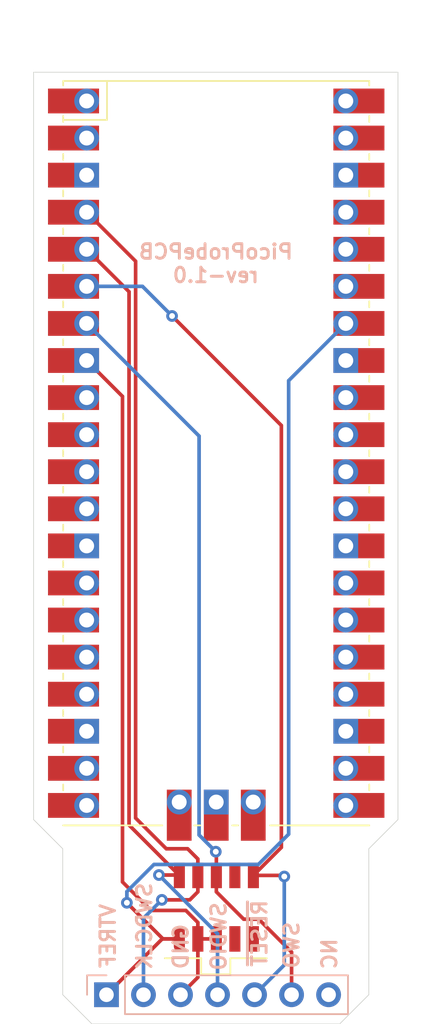
<source format=kicad_pcb>
(kicad_pcb (version 20221018) (generator pcbnew)
  (layers (0 "F.Cu" signal) (31 "B.Cu" signal) (34 "B.Paste" user) (35 "F.Paste" user) (36 "B.SilkS" user "B.Silkscreen") (37 "F.SilkS" user "F.Silkscreen") (38 "B.Mask" user) (39 "F.Mask" user) (44 "Edge.Cuts" user))
  (net 0 "")
  (net 1 "Net-(U1-Pad43)")
  (net 2 "Net-(U1-Pad42)")
  (net 3 "Net-(U1-Pad41)")
  (net 4 "Net-(U1-Pad21)")
  (net 5 "Net-(U1-Pad22)")
  (net 6 "Net-(U1-Pad23)")
  (net 7 "Net-(U1-Pad24)")
  (net 8 "Net-(U1-Pad25)")
  (net 9 "Net-(U1-Pad26)")
  (net 10 "Net-(U1-Pad27)")
  (net 11 "Net-(U1-Pad28)")
  (net 12 "Net-(U1-Pad29)")
  (net 13 "Net-(U1-Pad30)")
  (net 14 "Net-(U1-Pad31)")
  (net 15 "Net-(U1-Pad32)")
  (net 16 "Net-(U1-Pad33)")
  (net 17 "Net-(U1-Pad35)")
  (net 18 "Net-(U1-Pad36)")
  (net 19 "Net-(U1-Pad37)")
  (net 20 "Net-(U1-Pad38)")
  (net 21 "Net-(U1-Pad39)")
  (net 22 "Net-(U1-Pad40)")
  (net 23 "Net-(U1-Pad20)")
  (net 24 "Net-(U1-Pad19)")
  (net 25 "Net-(U1-Pad18)")
  (net 26 "Net-(U1-Pad17)")
  (net 27 "Net-(U1-Pad16)")
  (net 28 "Net-(U1-Pad15)")
  (net 29 "Net-(U1-Pad14)")
  (net 30 "Net-(U1-Pad13)")
  (net 31 "Net-(U1-Pad12)")
  (net 32 "Net-(U1-Pad11)")
  (net 33 "Net-(U1-Pad10)")
  (net 34 "Net-(U1-Pad9)")
  (net 35 "Net-(U1-Pad3)")
  (net 36 "Net-(U1-Pad2)")
  (net 37 "Net-(U1-Pad1)")
  (net 38 "~{TRST}")
  (net 39 "SWDIO")
  (net 40 "GND")
  (net 41 "SWDCLK")
  (net 42 "VTREF")
  (net 43 "Net-(J2-Pad9)")
  (net 44 "Net-(J2-Pad8)")
  (net 45 "Net-(J2-Pad7)")
  (net 46 "SWO")
  (net 47 "Net-(J1-Pad7)")
  (footprint "MCU_RaspberryPi_and_Boards:RPi_Pico_SMD_TH" (layer "F.Cu") (at 137.53 65.9)
    (fp_text reference "U1" hide)
    (fp_text value "Pico")
    (fp_line (start -10.5 -25.5) (end -10.5 -25.2) (stroke (width 0.12)) (layer "F.SilkS"))
    (fp_line (start -10.5 -25.5) (end 10.5 -25.5) (stroke (width 0.12)) (layer "F.SilkS"))
    (fp_line (start -10.5 -23.1) (end -10.5 -22.7) (stroke (width 0.12)) (layer "F.SilkS"))
    (fp_line (start -10.5 -22.833) (end -7.493 -22.833) (stroke (width 0.12)) (layer "F.SilkS"))
    (fp_line (start -10.5 -20.5) (end -10.5 -20.1) (stroke (width 0.12)) (layer "F.SilkS"))
    (fp_line (start -10.5 -18) (end -10.5 -17.6) (stroke (width 0.12)) (layer "F.SilkS"))
    (fp_line (start -10.5 -15.4) (end -10.5 -15) (stroke (width 0.12)) (layer "F.SilkS"))
    (fp_line (start -10.5 -12.9) (end -10.5 -12.5) (stroke (width 0.12)) (layer "F.SilkS"))
    (fp_line (start -10.5 -10.4) (end -10.5 -10) (stroke (width 0.12)) (layer "F.SilkS"))
    (fp_line (start -10.5 -7.8) (end -10.5 -7.4) (stroke (width 0.12)) (layer "F.SilkS"))
    (fp_line (start -10.5 -5.3) (end -10.5 -4.9) (stroke (width 0.12)) (layer "F.SilkS"))
    (fp_line (start -10.5 -2.7) (end -10.5 -2.3) (stroke (width 0.12)) (layer "F.SilkS"))
    (fp_line (start -10.5 -0.2) (end -10.5 0.2) (stroke (width 0.12)) (layer "F.SilkS"))
    (fp_line (start -10.5 2.3) (end -10.5 2.7) (stroke (width 0.12)) (layer "F.SilkS"))
    (fp_line (start -10.5 4.9) (end -10.5 5.3) (stroke (width 0.12)) (layer "F.SilkS"))
    (fp_line (start -10.5 7.4) (end -10.5 7.8) (stroke (width 0.12)) (layer "F.SilkS"))
    (fp_line (start -10.5 10) (end -10.5 10.4) (stroke (width 0.12)) (layer "F.SilkS"))
    (fp_line (start -10.5 12.5) (end -10.5 12.9) (stroke (width 0.12)) (layer "F.SilkS"))
    (fp_line (start -10.5 15.1) (end -10.5 15.5) (stroke (width 0.12)) (layer "F.SilkS"))
    (fp_line (start -10.5 17.6) (end -10.5 18) (stroke (width 0.12)) (layer "F.SilkS"))
    (fp_line (start -10.5 20.1) (end -10.5 20.5) (stroke (width 0.12)) (layer "F.SilkS"))
    (fp_line (start -10.5 22.7) (end -10.5 23.1) (stroke (width 0.12)) (layer "F.SilkS"))
    (fp_line (start -7.493 -22.833) (end -7.493 -25.5) (stroke (width 0.12)) (layer "F.SilkS"))
    (fp_line (start -3.7 25.5) (end -10.5 25.5) (stroke (width 0.12)) (layer "F.SilkS"))
    (fp_line (start -1.5 25.5) (end -1.1 25.5) (stroke (width 0.12)) (layer "F.SilkS"))
    (fp_line (start 1.1 25.5) (end 1.5 25.5) (stroke (width 0.12)) (layer "F.SilkS"))
    (fp_line (start 10.5 -25.5) (end 10.5 -25.2) (stroke (width 0.12)) (layer "F.SilkS"))
    (fp_line (start 10.5 -23.1) (end 10.5 -22.7) (stroke (width 0.12)) (layer "F.SilkS"))
    (fp_line (start 10.5 -20.5) (end 10.5 -20.1) (stroke (width 0.12)) (layer "F.SilkS"))
    (fp_line (start 10.5 -18) (end 10.5 -17.6) (stroke (width 0.12)) (layer "F.SilkS"))
    (fp_line (start 10.5 -15.4) (end 10.5 -15) (stroke (width 0.12)) (layer "F.SilkS"))
    (fp_line (start 10.5 -12.9) (end 10.5 -12.5) (stroke (width 0.12)) (layer "F.SilkS"))
    (fp_line (start 10.5 -10.4) (end 10.5 -10) (stroke (width 0.12)) (layer "F.SilkS"))
    (fp_line (start 10.5 -7.8) (end 10.5 -7.4) (stroke (width 0.12)) (layer "F.SilkS"))
    (fp_line (start 10.5 -5.3) (end 10.5 -4.9) (stroke (width 0.12)) (layer "F.SilkS"))
    (fp_line (start 10.5 -2.7) (end 10.5 -2.3) (stroke (width 0.12)) (layer "F.SilkS"))
    (fp_line (start 10.5 -0.2) (end 10.5 0.2) (stroke (width 0.12)) (layer "F.SilkS"))
    (fp_line (start 10.5 2.3) (end 10.5 2.7) (stroke (width 0.12)) (layer "F.SilkS"))
    (fp_line (start 10.5 4.9) (end 10.5 5.3) (stroke (width 0.12)) (layer "F.SilkS"))
    (fp_line (start 10.5 7.4) (end 10.5 7.8) (stroke (width 0.12)) (layer "F.SilkS"))
    (fp_line (start 10.5 10) (end 10.5 10.4) (stroke (width 0.12)) (layer "F.SilkS"))
    (fp_line (start 10.5 12.5) (end 10.5 12.9) (stroke (width 0.12)) (layer "F.SilkS"))
    (fp_line (start 10.5 15.1) (end 10.5 15.5) (stroke (width 0.12)) (layer "F.SilkS"))
    (fp_line (start 10.5 17.6) (end 10.5 18) (stroke (width 0.12)) (layer "F.SilkS"))
    (fp_line (start 10.5 20.1) (end 10.5 20.5) (stroke (width 0.12)) (layer "F.SilkS"))
    (fp_line (start 10.5 22.7) (end 10.5 23.1) (stroke (width 0.12)) (layer "F.SilkS"))
    (fp_line (start 10.5 25.5) (end 3.7 25.5) (stroke (width 0.12)) (layer "F.SilkS"))
    (pad "" np_thru_hole oval (at -2.725 -24) (size 1.8 1.8) (drill 1.8) (layers "*.Cu" "*.Mask"))
    (pad "" np_thru_hole oval (at -2.425 -20.97) (size 1.5 1.5) (drill 1.5) (layers "*.Cu" "*.Mask"))
    (pad "" np_thru_hole oval (at 2.425 -20.97) (size 1.5 1.5) (drill 1.5) (layers "*.Cu" "*.Mask"))
    (pad "" np_thru_hole oval (at 2.725 -24) (size 1.8 1.8) (drill 1.8) (layers "*.Cu" "*.Mask"))
    (pad "1" thru_hole oval (at -8.89 -24.13) (size 1.7 1.7) (drill 1.02) (layers "*.Cu" "*.Mask") (net 37 "Net-(U1-Pad1)"))
    (pad "1" smd rect (at -8.89 -24.13) (size 3.5 1.7) (drill (offset -0.9 0)) (layers "F.Cu" "F.Mask") (net 37 "Net-(U1-Pad1)"))
    (pad "2" thru_hole oval (at -8.89 -21.59) (size 1.7 1.7) (drill 1.02) (layers "*.Cu" "*.Mask") (net 36 "Net-(U1-Pad2)"))
    (pad "2" smd rect (at -8.89 -21.59) (size 3.5 1.7) (drill (offset -0.9 0)) (layers "F.Cu" "F.Mask") (net 36 "Net-(U1-Pad2)"))
    (pad "3" thru_hole rect (at -8.89 -19.05) (size 1.7 1.7) (drill 1.02) (layers "*.Cu" "*.Mask") (net 35 "Net-(U1-Pad3)"))
    (pad "3" smd rect (at -8.89 -19.05) (size 3.5 1.7) (drill (offset -0.9 0)) (layers "F.Cu" "F.Mask") (net 35 "Net-(U1-Pad3)"))
    (pad "4" thru_hole oval (at -8.89 -16.51) (size 1.7 1.7) (drill 1.02) (layers "*.Cu" "*.Mask") (net 41 "SWDCLK"))
    (pad "4" smd rect (at -8.89 -16.51) (size 3.5 1.7) (drill (offset -0.9 0)) (layers "F.Cu" "F.Mask") (net 41 "SWDCLK"))
    (pad "5" thru_hole oval (at -8.89 -13.97) (size 1.7 1.7) (drill 1.02) (layers "*.Cu" "*.Mask") (net 39 "SWDIO"))
    (pad "5" smd rect (at -8.89 -13.97) (size 3.5 1.7) (drill (offset -0.9 0)) (layers "F.Cu" "F.Mask") (net 39 "SWDIO"))
    (pad "6" thru_hole oval (at -8.89 -11.43) (size 1.7 1.7) (drill 1.02) (layers "*.Cu" "*.Mask") (net 38 "~{TRST}"))
    (pad "6" smd rect (at -8.89 -11.43) (size 3.5 1.7) (drill (offset -0.9 0)) (layers "F.Cu" "F.Mask") (net 38 "~{TRST}"))
    (pad "7" thru_hole oval (at -8.89 -8.89) (size 1.7 1.7) (drill 1.02) (layers "*.Cu" "*.Mask") (net 46 "SWO"))
    (pad "7" smd rect (at -8.89 -8.89) (size 3.5 1.7) (drill (offset -0.9 0)) (layers "F.Cu" "F.Mask") (net 46 "SWO"))
    (pad "8" thru_hole rect (at -8.89 -6.35) (size 1.7 1.7) (drill 1.02) (layers "*.Cu" "*.Mask") (net 40 "GND"))
    (pad "8" smd rect (at -8.89 -6.35) (size 3.5 1.7) (drill (offset -0.9 0)) (layers "F.Cu" "F.Mask") (net 40 "GND"))
    (pad "9" thru_hole oval (at -8.89 -3.81) (size 1.7 1.7) (drill 1.02) (layers "*.Cu" "*.Mask") (net 34 "Net-(U1-Pad9)"))
    (pad "9" smd rect (at -8.89 -3.81) (size 3.5 1.7) (drill (offset -0.9 0)) (layers "F.Cu" "F.Mask") (net 34 "Net-(U1-Pad9)"))
    (pad "10" thru_hole oval (at -8.89 -1.27) (size 1.7 1.7) (drill 1.02) (layers "*.Cu" "*.Mask") (net 33 "Net-(U1-Pad10)"))
    (pad "10" smd rect (at -8.89 -1.27) (size 3.5 1.7) (drill (offset -0.9 0)) (layers "F.Cu" "F.Mask") (net 33 "Net-(U1-Pad10)"))
    (pad "11" thru_hole oval (at -8.89 1.27) (size 1.7 1.7) (drill 1.02) (layers "*.Cu" "*.Mask") (net 32 "Net-(U1-Pad11)"))
    (pad "11" smd rect (at -8.89 1.27) (size 3.5 1.7) (drill (offset -0.9 0)) (layers "F.Cu" "F.Mask") (net 32 "Net-(U1-Pad11)"))
    (pad "12" thru_hole oval (at -8.89 3.81) (size 1.7 1.7) (drill 1.02) (layers "*.Cu" "*.Mask") (net 31 "Net-(U1-Pad12)"))
    (pad "12" smd rect (at -8.89 3.81) (size 3.5 1.7) (drill (offset -0.9 0)) (layers "F.Cu" "F.Mask") (net 31 "Net-(U1-Pad12)"))
    (pad "13" thru_hole rect (at -8.89 6.35) (size 1.7 1.7) (drill 1.02) (layers "*.Cu" "*.Mask") (net 30 "Net-(U1-Pad13)"))
    (pad "13" smd rect (at -8.89 6.35) (size 3.5 1.7) (drill (offset -0.9 0)) (layers "F.Cu" "F.Mask") (net 30 "Net-(U1-Pad13)"))
    (pad "14" thru_hole oval (at -8.89 8.89) (size 1.7 1.7) (drill 1.02) (layers "*.Cu" "*.Mask") (net 29 "Net-(U1-Pad14)"))
    (pad "14" smd rect (at -8.89 8.89) (size 3.5 1.7) (drill (offset -0.9 0)) (layers "F.Cu" "F.Mask") (net 29 "Net-(U1-Pad14)"))
    (pad "15" thru_hole oval (at -8.89 11.43) (size 1.7 1.7) (drill 1.02) (layers "*.Cu" "*.Mask") (net 28 "Net-(U1-Pad15)"))
    (pad "15" smd rect (at -8.89 11.43) (size 3.5 1.7) (drill (offset -0.9 0)) (layers "F.Cu" "F.Mask") (net 28 "Net-(U1-Pad15)"))
    (pad "16" thru_hole oval (at -8.89 13.97) (size 1.7 1.7) (drill 1.02) (layers "*.Cu" "*.Mask") (net 27 "Net-(U1-Pad16)"))
    (pad "16" smd rect (at -8.89 13.97) (size 3.5 1.7) (drill (offset -0.9 0)) (layers "F.Cu" "F.Mask") (net 27 "Net-(U1-Pad16)"))
    (pad "17" thru_hole oval (at -8.89 16.51) (size 1.7 1.7) (drill 1.02) (layers "*.Cu" "*.Mask") (net 26 "Net-(U1-Pad17)"))
    (pad "17" smd rect (at -8.89 16.51) (size 3.5 1.7) (drill (offset -0.9 0)) (layers "F.Cu" "F.Mask") (net 26 "Net-(U1-Pad17)"))
    (pad "18" thru_hole rect (at -8.89 19.05) (size 1.7 1.7) (drill 1.02) (layers "*.Cu" "*.Mask") (net 25 "Net-(U1-Pad18)"))
    (pad "18" smd rect (at -8.89 19.05) (size 3.5 1.7) (drill (offset -0.9 0)) (layers "F.Cu" "F.Mask") (net 25 "Net-(U1-Pad18)"))
    (pad "19" thru_hole oval (at -8.89 21.59) (size 1.7 1.7) (drill 1.02) (layers "*.Cu" "*.Mask") (net 24 "Net-(U1-Pad19)"))
    (pad "19" smd rect (at -8.89 21.59) (size 3.5 1.7) (drill (offset -0.9 0)) (layers "F.Cu" "F.Mask") (net 24 "Net-(U1-Pad19)"))
    (pad "20" thru_hole oval (at -8.89 24.13) (size 1.7 1.7) (drill 1.02) (layers "*.Cu" "*.Mask") (net 23 "Net-(U1-Pad20)"))
    (pad "20" smd rect (at -8.89 24.13) (size 3.5 1.7) (drill (offset -0.9 0)) (layers "F.Cu" "F.Mask") (net 23 "Net-(U1-Pad20)"))
    (pad "21" thru_hole oval (at 8.89 24.13) (size 1.7 1.7) (drill 1.02) (layers "*.Cu" "*.Mask") (net 4 "Net-(U1-Pad21)"))
    (pad "21" smd rect (at 8.89 24.13) (size 3.5 1.7) (drill (offset 0.9 0)) (layers "F.Cu" "F.Mask") (net 4 "Net-(U1-Pad21)"))
    (pad "22" thru_hole oval (at 8.89 21.59) (size 1.7 1.7) (drill 1.02) (layers "*.Cu" "*.Mask") (net 5 "Net-(U1-Pad22)"))
    (pad "22" smd rect (at 8.89 21.59) (size 3.5 1.7) (drill (offset 0.9 0)) (layers "F.Cu" "F.Mask") (net 5 "Net-(U1-Pad22)"))
    (pad "23" thru_hole rect (at 8.89 19.05) (size 1.7 1.7) (drill 1.02) (layers "*.Cu" "*.Mask") (net 6 "Net-(U1-Pad23)"))
    (pad "23" smd rect (at 8.89 19.05) (size 3.5 1.7) (drill (offset 0.9 0)) (layers "F.Cu" "F.Mask") (net 6 "Net-(U1-Pad23)"))
    (pad "24" thru_hole oval (at 8.89 16.51) (size 1.7 1.7) (drill 1.02) (layers "*.Cu" "*.Mask") (net 7 "Net-(U1-Pad24)"))
    (pad "24" smd rect (at 8.89 16.51) (size 3.5 1.7) (drill (offset 0.9 0)) (layers "F.Cu" "F.Mask") (net 7 "Net-(U1-Pad24)"))
    (pad "25" thru_hole oval (at 8.89 13.97) (size 1.7 1.7) (drill 1.02) (layers "*.Cu" "*.Mask") (net 8 "Net-(U1-Pad25)"))
    (pad "25" smd rect (at 8.89 13.97) (size 3.5 1.7) (drill (offset 0.9 0)) (layers "F.Cu" "F.Mask") (net 8 "Net-(U1-Pad25)"))
    (pad "26" thru_hole oval (at 8.89 11.43) (size 1.7 1.7) (drill 1.02) (layers "*.Cu" "*.Mask") (net 9 "Net-(U1-Pad26)"))
    (pad "26" smd rect (at 8.89 11.43) (size 3.5 1.7) (drill (offset 0.9 0)) (layers "F.Cu" "F.Mask") (net 9 "Net-(U1-Pad26)"))
    (pad "27" thru_hole oval (at 8.89 8.89) (size 1.7 1.7) (drill 1.02) (layers "*.Cu" "*.Mask") (net 10 "Net-(U1-Pad27)"))
    (pad "27" smd rect (at 8.89 8.89) (size 3.5 1.7) (drill (offset 0.9 0)) (layers "F.Cu" "F.Mask") (net 10 "Net-(U1-Pad27)"))
    (pad "28" thru_hole rect (at 8.89 6.35) (size 1.7 1.7) (drill 1.02) (layers "*.Cu" "*.Mask") (net 11 "Net-(U1-Pad28)"))
    (pad "28" smd rect (at 8.89 6.35) (size 3.5 1.7) (drill (offset 0.9 0)) (layers "F.Cu" "F.Mask") (net 11 "Net-(U1-Pad28)"))
    (pad "29" thru_hole oval (at 8.89 3.81) (size 1.7 1.7) (drill 1.02) (layers "*.Cu" "*.Mask") (net 12 "Net-(U1-Pad29)"))
    (pad "29" smd rect (at 8.89 3.81) (size 3.5 1.7) (drill (offset 0.9 0)) (layers "F.Cu" "F.Mask") (net 12 "Net-(U1-Pad29)"))
    (pad "30" thru_hole oval (at 8.89 1.27) (size 1.7 1.7) (drill 1.02) (layers "*.Cu" "*.Mask") (net 13 "Net-(U1-Pad30)"))
    (pad "30" smd rect (at 8.89 1.27) (size 3.5 1.7) (drill (offset 0.9 0)) (layers "F.Cu" "F.Mask") (net 13 "Net-(U1-Pad30)"))
    (pad "31" thru_hole oval (at 8.89 -1.27) (size 1.7 1.7) (drill 1.02) (layers "*.Cu" "*.Mask") (net 14 "Net-(U1-Pad31)"))
    (pad "31" smd rect (at 8.89 -1.27) (size 3.5 1.7) (drill (offset 0.9 0)) (layers "F.Cu" "F.Mask") (net 14 "Net-(U1-Pad31)"))
    (pad "32" thru_hole oval (at 8.89 -3.81) (size 1.7 1.7) (drill 1.02) (layers "*.Cu" "*.Mask") (net 15 "Net-(U1-Pad32)"))
    (pad "32" smd rect (at 8.89 -3.81) (size 3.5 1.7) (drill (offset 0.9 0)) (layers "F.Cu" "F.Mask") (net 15 "Net-(U1-Pad32)"))
    (pad "33" thru_hole rect (at 8.89 -6.35) (size 1.7 1.7) (drill 1.02) (layers "*.Cu" "*.Mask") (net 16 "Net-(U1-Pad33)"))
    (pad "33" smd rect (at 8.89 -6.35) (size 3.5 1.7) (drill (offset 0.9 0)) (layers "F.Cu" "F.Mask") (net 16 "Net-(U1-Pad33)"))
    (pad "34" thru_hole oval (at 8.89 -8.89) (size 1.7 1.7) (drill 1.02) (layers "*.Cu" "*.Mask") (net 42 "VTREF"))
    (pad "34" smd rect (at 8.89 -8.89) (size 3.5 1.7) (drill (offset 0.9 0)) (layers "F.Cu" "F.Mask") (net 42 "VTREF"))
    (pad "35" thru_hole oval (at 8.89 -11.43) (size 1.7 1.7) (drill 1.02) (layers "*.Cu" "*.Mask") (net 17 "Net-(U1-Pad35)"))
    (pad "35" smd rect (at 8.89 -11.43) (size 3.5 1.7) (drill (offset 0.9 0)) (layers "F.Cu" "F.Mask") (net 17 "Net-(U1-Pad35)"))
    (pad "36" thru_hole oval (at 8.89 -13.97) (size 1.7 1.7) (drill 1.02) (layers "*.Cu" "*.Mask") (net 18 "Net-(U1-Pad36)"))
    (pad "36" smd rect (at 8.89 -13.97) (size 3.5 1.7) (drill (offset 0.9 0)) (layers "F.Cu" "F.Mask") (net 18 "Net-(U1-Pad36)"))
    (pad "37" thru_hole oval (at 8.89 -16.51) (size 1.7 1.7) (drill 1.02) (layers "*.Cu" "*.Mask") (net 19 "Net-(U1-Pad37)"))
    (pad "37" smd rect (at 8.89 -16.51) (size 3.5 1.7) (drill (offset 0.9 0)) (layers "F.Cu" "F.Mask") (net 19 "Net-(U1-Pad37)"))
    (pad "38" thru_hole rect (at 8.89 -19.05) (size 1.7 1.7) (drill 1.02) (layers "*.Cu" "*.Mask") (net 20 "Net-(U1-Pad38)"))
    (pad "38" smd rect (at 8.89 -19.05) (size 3.5 1.7) (drill (offset 0.9 0)) (layers "F.Cu" "F.Mask") (net 20 "Net-(U1-Pad38)"))
    (pad "39" thru_hole oval (at 8.89 -21.59) (size 1.7 1.7) (drill 1.02) (layers "*.Cu" "*.Mask") (net 21 "Net-(U1-Pad39)"))
    (pad "39" smd rect (at 8.89 -21.59) (size 3.5 1.7) (drill (offset 0.9 0)) (layers "F.Cu" "F.Mask") (net 21 "Net-(U1-Pad39)"))
    (pad "40" thru_hole oval (at 8.89 -24.13) (size 1.7 1.7) (drill 1.02) (layers "*.Cu" "*.Mask") (net 22 "Net-(U1-Pad40)"))
    (pad "40" smd rect (at 8.89 -24.13) (size 3.5 1.7) (drill (offset 0.9 0)) (layers "F.Cu" "F.Mask") (net 22 "Net-(U1-Pad40)"))
    (pad "41" thru_hole oval (at -2.54 23.9) (size 1.7 1.7) (drill 1.02) (layers "*.Cu" "*.Mask") (net 3 "Net-(U1-Pad41)"))
    (pad "41" smd rect (at -2.54 23.9 90) (size 3.5 1.7) (drill (offset -0.9 0)) (layers "F.Cu" "F.Mask") (net 3 "Net-(U1-Pad41)"))
    (pad "42" thru_hole rect (at 0 23.9) (size 1.7 1.7) (drill 1.02) (layers "*.Cu" "*.Mask") (net 2 "Net-(U1-Pad42)"))
    (pad "42" smd rect (at 0 23.9 90) (size 3.5 1.7) (drill (offset -0.9 0)) (layers "F.Cu" "F.Mask") (net 2 "Net-(U1-Pad42)"))
    (pad "43" thru_hole oval (at 2.54 23.9) (size 1.7 1.7) (drill 1.02) (layers "*.Cu" "*.Mask") (net 1 "Net-(U1-Pad43)"))
    (pad "43" smd rect (at 2.54 23.9 90) (size 3.5 1.7) (drill (offset -0.9 0)) (layers "F.Cu" "F.Mask") (net 1 "Net-(U1-Pad43)"))
  )
  (footprint "debug:ARM_10_PIN_SMT" (layer "F.Cu") (at 137.5 97)
    (fp_text reference "J2" hide)
    (fp_text value "Conn_ARM_JTAG_SWD_10" hide)
    (pad "1" smd oval (at -2.5 2.175) (size 0.76 1.75) (layers "F.Cu" "F.Paste" "F.Mask") (net 42 "VTREF"))
    (pad "2" smd rect (at -2.5 -2.175) (size 0.76 1.75) (layers "F.Cu" "F.Paste" "F.Mask") (net 39 "SWDIO"))
    (pad "3" smd rect (at -1.23 2.175) (size 0.76 1.75) (layers "F.Cu" "F.Paste" "F.Mask") (net 40 "GND"))
    (pad "4" smd rect (at -1.23 -2.175) (size 0.76 1.75) (layers "F.Cu" "F.Paste" "F.Mask") (net 41 "SWDCLK"))
    (pad "5" smd rect (at 0.04 2.175) (size 0.76 1.75) (layers "F.Cu" "F.Paste" "F.Mask") (net 40 "GND"))
    (pad "6" smd rect (at 0.04 -2.175) (size 0.76 1.75) (layers "F.Cu" "F.Paste" "F.Mask") (net 46 "SWO"))
    (pad "7" smd rect (at 1.31 2.175) (size 0.76 1.75) (layers "F.Cu" "F.Paste" "F.Mask") (net 45 "Net-(J2-Pad7)"))
    (pad "8" smd rect (at 1.31 -2.175) (size 0.76 1.75) (layers "F.Cu" "F.Paste" "F.Mask") (net 44 "Net-(J2-Pad8)"))
    (pad "9" smd rect (at 2.58 2.175) (size 0.76 1.75) (layers "F.Cu" "F.Paste" "F.Mask") (net 43 "Net-(J2-Pad9)"))
    (pad "10" smd rect (at 2.58 -2.175) (size 0.76 1.75) (layers "F.Cu" "F.Paste" "F.Mask") (net 38 "~{TRST}"))
  )
  (footprint "Connector_PinHeader_2.54mm:PinHeader_1x07_P2.54mm_Vertical" (layer "B.Cu") (at 130 103 -90)
    (fp_text reference "J1" hide)
    (fp_text value "Conn_01x07_Male" hide)
    (fp_line (start -1.33 -16.57) (end 1.33 -16.57) (stroke (width 0.12)) (layer "B.SilkS"))
    (fp_line (start -1.33 -1.27) (end -1.33 -16.57) (stroke (width 0.12)) (layer "B.SilkS"))
    (fp_line (start -1.33 -1.27) (end 1.33 -1.27) (stroke (width 0.12)) (layer "B.SilkS"))
    (fp_line (start -1.33 0) (end -1.33 1.33) (stroke (width 0.12)) (layer "B.SilkS"))
    (fp_line (start -1.33 1.33) (end 0 1.33) (stroke (width 0.12)) (layer "B.SilkS"))
    (fp_line (start 1.33 -1.27) (end 1.33 -16.57) (stroke (width 0.12)) (layer "B.SilkS"))
    (pad "1" thru_hole rect (at 0 0 270) (size 1.7 1.7) (drill 1) (layers "*.Cu" "*.Mask") (net 42 "VTREF"))
    (pad "2" thru_hole oval (at 0 -2.54 270) (size 1.7 1.7) (drill 1) (layers "*.Cu" "*.Mask") (net 41 "SWDCLK"))
    (pad "3" thru_hole oval (at 0 -5.08 270) (size 1.7 1.7) (drill 1) (layers "*.Cu" "*.Mask") (net 40 "GND"))
    (pad "4" thru_hole oval (at 0 -7.62 270) (size 1.7 1.7) (drill 1) (layers "*.Cu" "*.Mask") (net 39 "SWDIO"))
    (pad "5" thru_hole oval (at 0 -10.16 270) (size 1.7 1.7) (drill 1) (layers "*.Cu" "*.Mask") (net 38 "~{TRST}"))
    (pad "6" thru_hole oval (at 0 -12.7 270) (size 1.7 1.7) (drill 1) (layers "*.Cu" "*.Mask") (net 46 "SWO"))
    (pad "7" thru_hole oval (at 0 -15.24 270) (size 1.7 1.7) (drill 1) (layers "*.Cu" "*.Mask") (net 47 "Net-(J1-Pad7)"))
  )
  (gr_line (start 134 100.5) (end 136.5 100.5) (stroke (width 0.12)) (layer "F.SilkS"))
  (gr_line (start 138.5 100.5) (end 141 100.5) (stroke (width 0.12)) (layer "F.SilkS"))
  (gr_line (start 136.5 101.6) (end 138.5 101.6) (stroke (width 0.12)) (layer "F.SilkS"))
  (gr_line (start 136.5 100.5) (end 136.5 101.6) (stroke (width 0.12)) (layer "F.SilkS"))
  (gr_line (start 138.5 101.6) (end 138.5 100.5) (stroke (width 0.12)) (layer "F.SilkS"))
  (gr_line (start 150 39.8) (end 125 39.8) (stroke (width 0.05)) (layer "Edge.Cuts"))
  (gr_line (start 125 91) (end 127 93) (stroke (width 0.05)) (layer "Edge.Cuts"))
  (gr_line (start 129 105) (end 127 103) (stroke (width 0.05)) (layer "Edge.Cuts"))
  (gr_line (start 148 93) (end 150 91) (stroke (width 0.05)) (layer "Edge.Cuts"))
  (gr_line (start 127 93) (end 127 103) (stroke (width 0.05)) (layer "Edge.Cuts"))
  (gr_line (start 148 103) (end 148 93) (stroke (width 0.05)) (layer "Edge.Cuts"))
  (gr_line (start 129 105) (end 146 105) (stroke (width 0.05)) (layer "Edge.Cuts"))
  (gr_line (start 150 91) (end 150 39.8) (stroke (width 0.05)) (layer "Edge.Cuts"))
  (gr_line (start 125 39.8) (end 125 91) (stroke (width 0.05)) (layer "Edge.Cuts"))
  (gr_line (start 148 103) (end 146 105) (stroke (width 0.05)) (layer "Edge.Cuts"))
  (gr_text "PicoProbePCB\nrev-1.0\n" (at 137.5 52.9) (layer "B.SilkS") (effects (font (size 1 1) (thickness 0.2)) (justify mirror)))
  (gr_text "~{RESET}" (at 140.5 98.8 90) (layer "B.SilkS") (effects (font (size 1 1) (thickness 0.2)) (justify mirror)))
  (gr_text "GND" (at 135.1 99.7 90) (layer "B.SilkS") (effects (font (size 1 1) (thickness 0.2)) (justify mirror)))
  (gr_text "SWDCLK" (at 132.6 98.3 90) (layer "B.SilkS") (effects (font (size 1 1) (thickness 0.2)) (justify mirror)))
  (gr_text "VTREF" (at 130.1 99 90) (layer "B.SilkS") (effects (font (size 1 1) (thickness 0.2)) (justify mirror)))
  (gr_text "SWO" (at 142.7 99.6 90) (layer "B.SilkS") (effects (font (size 1 1) (thickness 0.2)) (justify mirror)))
  (gr_text "NC" (at 145.3 100.2 90) (layer "B.SilkS") (effects (font (size 1 1) (thickness 0.2)) (justify mirror)))
  (gr_text "SWDIO" (at 137.7 99 90) (layer "B.SilkS") (effects (font (size 1 1) (thickness 0.2)) (justify mirror)))
  (segment (start 140.08 94.825) (end 142.125 94.825) (width 0.25) (layer "F.Cu") (net 38))
  (segment (start 142 64) (end 134.5 56.5) (width 0.25) (layer "F.Cu") (net 38))
  (segment (start 140.08 94.825) (end 142 92.905) (width 0.25) (layer "F.Cu") (net 38))
  (segment (start 142.125 94.825) (end 142.2 94.9) (width 0.25) (layer "F.Cu") (net 38))
  (segment (start 142 92.905) (end 142 64) (width 0.25) (layer "F.Cu") (net 38))
  (via (at 142.2 94.9) (size 0.8) (drill 0.4) (layers "F.Cu" "B.Cu") (net 38))
  (via (at 134.5 56.5) (size 0.8) (drill 0.4) (layers "F.Cu" "B.Cu") (net 38))
  (segment (start 142.2 100.96) (end 142.2 94.9) (width 0.25) (layer "B.Cu") (net 38))
  (segment (start 128.64 54.47) (end 132.47 54.47) (width 0.25) (layer "B.Cu") (net 38))
  (segment (start 132.47 54.47) (end 134.5 56.5) (width 0.25) (layer "B.Cu") (net 38))
  (segment (start 140.16 103) (end 142.2 100.96) (width 0.25) (layer "B.Cu") (net 38))
  (segment (start 131.549989 91.374989) (end 131.549989 54.839989) (width 0.25) (layer "F.Cu") (net 39))
  (segment (start 131.549989 54.839989) (end 128.64 51.93) (width 0.25) (layer "F.Cu") (net 39))
  (segment (start 133.6 94.8) (end 134.975 94.8) (width 0.25) (layer "F.Cu") (net 39))
  (segment (start 134.975 94.8) (end 135 94.825) (width 0.25) (layer "F.Cu") (net 39))
  (segment (start 135 94.825) (end 131.549989 91.374989) (width 0.25) (layer "F.Cu") (net 39))
  (via (at 133.6 94.8) (size 0.8) (drill 0.4) (layers "F.Cu" "B.Cu") (net 39))
  (segment (start 137.62 103) (end 137.62 98.82) (width 0.25) (layer "B.Cu") (net 39))
  (segment (start 137.62 98.82) (end 137.2 98.4) (width 0.25) (layer "B.Cu") (net 39))
  (segment (start 137.2 98.4) (end 133.6 94.8) (width 0.25) (layer "B.Cu") (net 39))
  (segment (start 131.099978 95.27298) (end 133.051999 97.225001) (width 0.25) (layer "F.Cu") (net 40))
  (segment (start 135.08 103) (end 136.27 101.81) (width 0.25) (layer "F.Cu") (net 40))
  (segment (start 135.445001 97.225001) (end 136.27 98.05) (width 0.25) (layer "F.Cu") (net 40))
  (segment (start 133.051999 97.225001) (end 135.445001 97.225001) (width 0.25) (layer "F.Cu") (net 40))
  (segment (start 136.27 99.175) (end 137.54 99.175) (width 0.25) (layer "F.Cu") (net 40))
  (segment (start 136.27 101.81) (end 136.27 99.175) (width 0.25) (layer "F.Cu") (net 40))
  (segment (start 131.099978 62.009978) (end 131.099978 95.27298) (width 0.25) (layer "F.Cu") (net 40))
  (segment (start 128.64 59.55) (end 131.099978 62.009978) (width 0.25) (layer "F.Cu") (net 40))
  (segment (start 136.27 98.05) (end 136.27 99.175) (width 0.25) (layer "F.Cu") (net 40))
  (segment (start 136.27 94.825) (end 136.27 95.95) (width 0.25) (layer "F.Cu") (net 41))
  (segment (start 132 90.895002) (end 134.104998 93) (width 0.25) (layer "F.Cu") (net 41))
  (segment (start 128.64 49.39) (end 132 52.75) (width 0.25) (layer "F.Cu") (net 41))
  (segment (start 135.72 96.5) (end 133.8 96.5) (width 0.25) (layer "F.Cu") (net 41))
  (segment (start 134.104998 93) (end 135.57 93) (width 0.25) (layer "F.Cu") (net 41))
  (segment (start 135.57 93) (end 136.27 93.7) (width 0.25) (layer "F.Cu") (net 41))
  (segment (start 132 52.75) (end 132 90.895002) (width 0.25) (layer "F.Cu") (net 41))
  (segment (start 136.27 93.7) (end 136.27 94.825) (width 0.25) (layer "F.Cu") (net 41))
  (segment (start 136.27 95.95) (end 135.72 96.5) (width 0.25) (layer "F.Cu") (net 41))
  (via (at 133.8 96.5) (size 0.8) (drill 0.4) (layers "F.Cu" "B.Cu") (net 41))
  (segment (start 132.54 97.76) (end 133.8 96.5) (width 0.25) (layer "B.Cu") (net 41))
  (segment (start 132.54 103) (end 132.54 97.76) (width 0.25) (layer "B.Cu") (net 41))
  (segment (start 135 99.175) (end 133.875012 99.175) (width 0.25) (layer "F.Cu") (net 42))
  (segment (start 133.825 99.175) (end 135 99.175) (width 0.25) (layer "F.Cu") (net 42))
  (segment (start 130 103) (end 133.825 99.175) (width 0.25) (layer "F.Cu") (net 42))
  (segment (start 133.875012 99.175) (end 131.4 96.699988) (width 0.25) (layer "F.Cu") (net 42))
  (via (at 131.4 96.699988) (size 0.8) (drill 0.4) (layers "F.Cu" "B.Cu") (net 42))
  (segment (start 142.5 60.93) (end 142.5 92) (width 0.25) (layer "B.Cu") (net 42))
  (segment (start 140.425002 94.074998) (end 133.259317 94.074998) (width 0.25) (layer "B.Cu") (net 42))
  (segment (start 146.42 57.01) (end 142.5 60.93) (width 0.25) (layer "B.Cu") (net 42))
  (segment (start 131.4 95.934315) (end 131.4 96.699988) (width 0.25) (layer "B.Cu") (net 42))
  (segment (start 133.259317 94.074998) (end 131.4 95.934315) (width 0.25) (layer "B.Cu") (net 42))
  (segment (start 142.5 92) (end 140.425002 94.074998) (width 0.25) (layer "B.Cu") (net 42))
  (segment (start 137.54 93.239994) (end 137.5 93.199994) (width 0.25) (layer "F.Cu") (net 46))
  (segment (start 137.54 95.95) (end 137.54 94.825) (width 0.25) (layer "F.Cu") (net 46))
  (segment (start 142.7 103) (end 142.7 100.077) (width 0.25) (layer "F.Cu") (net 46))
  (segment (start 137.54 94.825) (end 137.54 93.239994) (width 0.25) (layer "F.Cu") (net 46))
  (segment (start 142.7 100.077) (end 140.448001 97.825001) (width 0.25) (layer "F.Cu") (net 46))
  (segment (start 140.448001 97.825001) (end 139.415001 97.825001) (width 0.25) (layer "F.Cu") (net 46))
  (segment (start 139.415001 97.825001) (end 137.54 95.95) (width 0.25) (layer "F.Cu") (net 46))
  (via (at 137.5 93.199994) (size 0.8) (drill 0.4) (layers "F.Cu" "B.Cu") (net 46))
  (segment (start 128.64 57.01) (end 136.354999 64.724999) (width 0.25) (layer "B.Cu") (net 46))
  (segment (start 136.354999 64.724999) (end 136.354999 92.054993) (width 0.25) (layer "B.Cu") (net 46))
  (segment (start 136.354999 92.054993) (end 137.5 93.199994) (width 0.25) (layer "B.Cu") (net 46))
)
</source>
